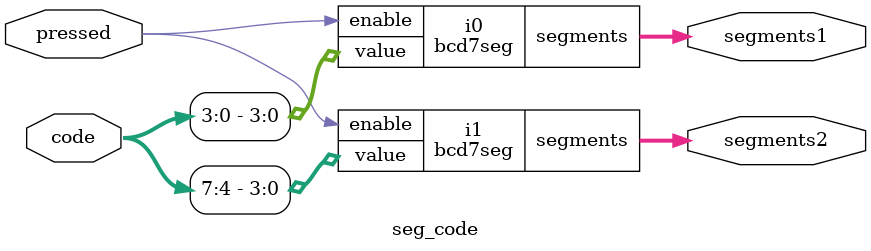
<source format=v>
module top(
    input clk,
    input rst,
    input ps2_clk,
    input ps2_data,
    output reg [6:0] seg_count2,
    output reg [6:0] seg_count1,
    output reg [6:0] seg_ascii2,
    output reg [6:0] seg_ascii1,
    output reg [6:0] seg_code2,
    output reg [6:0] seg_code1
);

reg [7:0] ps2_keyboard_in;
ps2_keyboard i_ps2_keyboard(
    .clk(clk),
    .resetn(1),
    .ps2_clk(ps2_clk),
    .ps2_data(ps2_data),
    .current_code(ps2_keyboard_in)
);

reg [7:0] ps2_keyboard_out;
reg pressed;
detector i_detector(
    .code_in(ps2_keyboard_in),
    .code_out(ps2_keyboard_out),
    .pressed(pressed)
);

seg_code i_seg_code(
    .pressed(pressed),
    .code(ps2_keyboard_out),
    .segments1(seg_code1),
    .segments2(seg_code2)
);

endmodule


module ps2_keyboard (
    input clk,
    input resetn,
    input ps2_clk,
    input ps2_data,
    output reg [7:0]current_code
);
reg [9:0] buffer;        // ps2_data bits
reg [3:0] count;  // count ps2_data bits
reg [2:0] ps2_clk_sync;

always @(posedge clk) begin
    ps2_clk_sync <=  {ps2_clk_sync[1:0],ps2_clk};
end
wire sampling = ps2_clk_sync[2] & ~ps2_clk_sync[1];

always @(posedge clk) begin
    if (resetn == 0) begin // reset
        count <= 0;
    end
    else begin
        if (sampling) begin
            if (count == 4'd10) begin
            if ((buffer[0] == 0) &&  // start bit
                (ps2_data)       &&  // stop bit
                (^buffer[9:1])) begin      // odd  parity
                $display("receive %x", buffer[8:1]);
                current_code <= buffer[8:1];
            end
            count <= 0;     // for next
            end else begin
            buffer[count] <= ps2_data;  // store ps2_data
            count <= count + 3'b1;
            end
        end
    end
end
endmodule

module detector (
    input [7:0] code_in,
    output reg [7:0] code_out,
    output reg pressed
);
reg [7:0] last_code;
// 去它鸭的三段式状态更新，怎么舒服怎么来
always @(code_in) begin
    if(last_code == 8'hf0) begin
        pressed <= 1'b0;
    end
    else if (last_code != code_in)begin
        pressed <= 1'b1;
    end
    last_code = code_in;
    code_out = code_in;
end
endmodule



module bcd7seg (
    input [3:0] value,
    input enable,
    output reg [6:0] segments
);
always @(*) begin
    if(enable) begin
    case (value)
        4'h0: segments = 7'b1000000; // 数字 0
        4'h1: segments = 7'b1111001; // 数字 1
        4'h2: segments = 7'b0100100; // 数字 2
        4'h3: segments = 7'b0110000; // 数字 3
        4'h4: segments = 7'b0011001; // 数字 4
        4'h5: segments = 7'b0010010; // 数字 5
        4'h6: segments = 7'b0000010; // 数字 6
        4'h7: segments = 7'b1111000; // 数字 7
        4'h8: segments = 7'b0000000; // 数字 8
        4'h9: segments = 7'b0010000; // 数字 9
        4'hA: segments = 7'b0001000; // 字母 A
        4'hB: segments = 7'b0000011; // 字母 B
        4'hC: segments = 7'b1000110; // 字母 C
        4'hD: segments = 7'b0100001; // 字母 D
        4'hE: segments = 7'b0000110; // 字母 E
        4'hF: segments = 7'b0001110; // 字母 F
        default: segments = 7'b1111111;  // 显示空白
    endcase
    end
    else begin
        segments = 7'b1111111;
    end
end
    
endmodule

module seg_code (
    input pressed,
    input [7:0] code,
    output reg [6:0] segments1,
    output reg [6:0] segments2
);
bcd7seg i0 (.value(code[3:0])
            ,.enable(pressed)
            ,.segments(segments1));
bcd7seg i1 (.value(code[7:4])
            ,.enable(pressed)
            ,.segments(segments2));
endmodule



</source>
